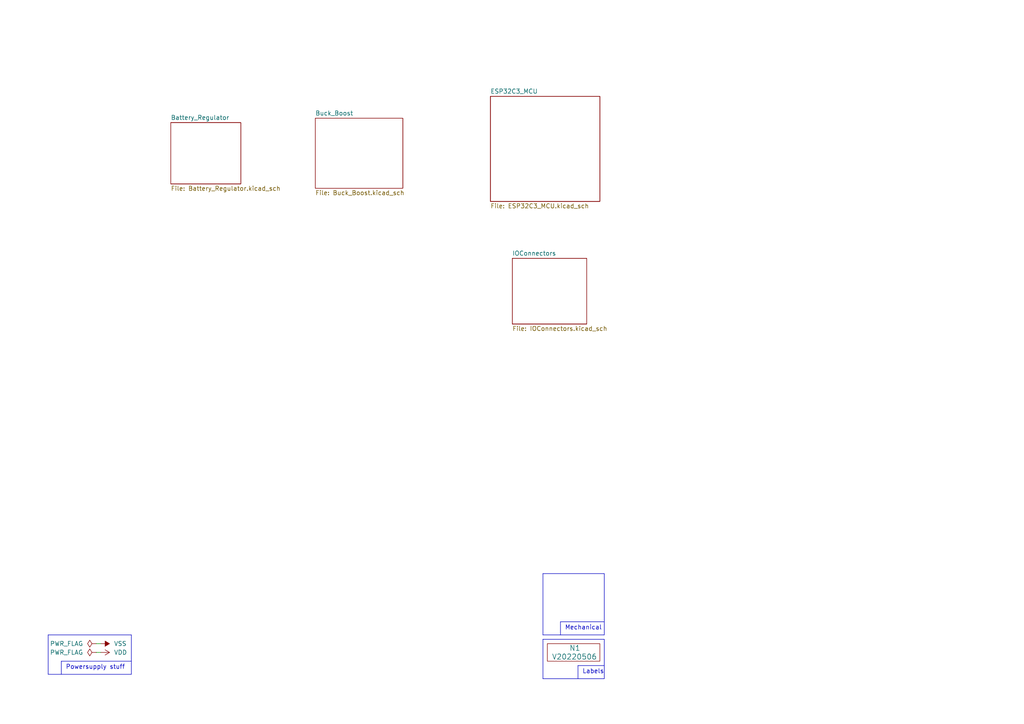
<source format=kicad_sch>
(kicad_sch (version 20230121) (generator eeschema)
  (paper "A4")
  (lib_symbols
    (symbol "SquantorLabels:VYYYYMMDD" (pin_names (offset 1.016))
      (property "Reference" "N" (at 0 2.54 0))
      (property "Value" "VYYYYMMDD" (at 0 0 0))
      (symbol "VYYYYMMDD_0_1"
        (rectangle (start 7.62 -1.27) (end -7.62 3.81))
      )
    )
    (symbol "power:PWR_FLAG" (power) (pin_numbers hide) (pin_names (offset 0) hide)
      (property "Value" "PWR_FLAG" (at 0 3.81 0))
      (symbol "PWR_FLAG_0_0"
        (pin power_out line (at 0 0 90) (length 0) (name "pwr") (number "1"))
      )
      (symbol "PWR_FLAG_0_1"
        (polyline (pts (xy 0 0) (xy 0 1.27) (xy -1.016 1.905) (xy 0 2.54) (xy 1.016 1.905) (xy 0 1.27)))
      )
    )
    (symbol "power:VDD" (power) (pin_names (offset 0))
      (property "Value" "VDD" (at 0 3.81 0))
      (symbol "VDD_0_1"
        (polyline (pts (xy -0.762 1.27) (xy 0 2.54)))
        (polyline (pts (xy 0 0) (xy 0 2.54)))
        (polyline (pts (xy 0 2.54) (xy 0.762 1.27)))
      )
      (symbol "VDD_1_1"
        (pin power_in line (at 0 0 90) (length 0) hide (name "VDD") (number "1"))
      )
    )
    (symbol "power:VSS" (power) (pin_names (offset 0))
      (property "Value" "VSS" (at 0 3.81 0))
      (symbol "VSS_0_1"
        (polyline (pts (xy 0 0) (xy 0 2.54)))
        (polyline (pts (xy 0.762 1.27) (xy -0.762 1.27) (xy 0 2.54) (xy 0.762 1.27)) (fill (type outline)))
      )
      (symbol "VSS_1_1"
        (pin power_in line (at 0 0 90) (length 0) hide (name "VSS") (number "1"))
      )
    )
  )
  (polyline (pts (xy 167.64 193.04) (xy 167.64 196.85)))
  (polyline (pts (xy 175.26 185.42) (xy 157.48 185.42)))
  (polyline (pts (xy 175.26 193.04) (xy 167.64 193.04)))
  (polyline (pts (xy 175.26 184.15) (xy 175.26 166.37)))
  (polyline (pts (xy 175.26 180.34) (xy 162.56 180.34)))
  (polyline (pts (xy 38.1 184.15) (xy 13.97 184.15)))
  (polyline (pts (xy 157.48 185.42) (xy 157.48 196.85)))
  (wire (pts (xy 27.94 186.69) (xy 29.21 186.69)))
  (polyline (pts (xy 157.48 184.15) (xy 175.26 184.15)))
  (polyline (pts (xy 38.1 191.77) (xy 17.78 191.77)))
  (polyline (pts (xy 162.56 180.34) (xy 162.56 184.15)))
  (polyline (pts (xy 157.48 196.85) (xy 175.26 196.85)))
  (polyline (pts (xy 175.26 196.85) (xy 175.26 185.42)))
  (polyline (pts (xy 13.97 184.15) (xy 13.97 195.58)))
  (polyline (pts (xy 13.97 195.58) (xy 38.1 195.58)))
  (wire (pts (xy 27.94 189.23) (xy 29.21 189.23)))
  (polyline (pts (xy 38.1 195.58) (xy 38.1 184.15)))
  (polyline (pts (xy 157.48 166.37) (xy 157.48 184.15)))
  (polyline (pts (xy 175.26 166.37) (xy 157.48 166.37)))
  (polyline (pts (xy 17.78 191.77) (xy 17.78 195.58)))
  (text "Labels" (at 168.91 195.58 0) (effects (font (size 1.27 1.27)) (justify left bottom)))
  (text "Powersupply stuff" (at 19.05 194.31 0) (effects (font (size 1.27 1.27)) (justify left bottom)))
  (text "Mechanical" (at 163.83 182.88 0) (effects (font (size 1.27 1.27)) (justify left bottom)))
  (symbol (lib_id "power:VDD") (at 29.21 189.23 270) (unit 1)
    (property "Reference" "#PWR0101" (effects hide))
    (property "Value" "VDD" (at 33.02 189.2299 90) (effects (justify left)))
  )
  (symbol (lib_id "power:VSS") (at 29.21 186.69 270) (unit 1)
    (property "Reference" "#PWR0102" (effects hide))
    (property "Value" "VSS" (at 33.02 186.6899 90) (effects (justify left)))
  )
  (symbol (lib_id "power:PWR_FLAG") (at 27.94 189.23 90) (unit 1)
    (property "Reference" "#FLG0102" (effects hide))
    (property "Value" "PWR_FLAG" (at 24.13 189.2299 90) (effects (justify left)))
  )
  (symbol (lib_id "power:PWR_FLAG") (at 27.94 186.69 90) (unit 1)
    (property "Reference" "#FLG0101" (effects hide))
    (property "Value" "PWR_FLAG" (at 24.13 186.6899 90) (effects (justify left)))
  )
  (symbol (lib_id "SquantorLabels:VYYYYMMDD") (at 166.37 190.5 0) (unit 1)
    (property "Reference" "N1" (at 165.1 187.96 0) (effects (font (size 1.524 1.524)) (justify left)))
    (property "Value" "V20220506" (at 160.02 190.5 0) (effects (font (size 1.524 1.524)) (justify left)))
    (property "Footprint" "SquantorLabels:Label_Generic" (effects hide))
  )
  (sheet (at 148.59 74.93) (size 21.59 19.05) (stroke (width 0.1524))
    (property "Sheetname" "IOConnectors" (at 148.59 74.2184 0) (effects (justify left bottom)))
    (property "Sheetfile" "IOConnectors.kicad_sch" (at 148.59 94.5646 0) (effects (justify left top)))
  )
  (sheet (at 142.24 27.94) (size 31.75 30.48) (stroke (width 0.1524))
    (property "Sheetname" "ESP32C3_MCU" (at 142.24 27.2284 0) (effects (justify left bottom)))
    (property "Sheetfile" "ESP32C3_MCU.kicad_sch" (at 142.24 59.0046 0) (effects (justify left top)))
  )
  (sheet (at 49.53 35.56) (size 20.32 17.78) (stroke (width 0.1524))
    (property "Sheetname" "Battery_Regulator" (at 49.53 34.8484 0) (effects (justify left bottom)))
    (property "Sheetfile" "Battery_Regulator.kicad_sch" (at 49.53 53.9246 0) (effects (justify left top)))
  )
  (sheet (at 91.44 34.29) (size 25.4 20.32) (stroke (width 0.1524))
    (property "Sheetname" "Buck_Boost" (at 91.44 33.5784 0) (effects (justify left bottom)))
    (property "Sheetfile" "Buck_Boost.kicad_sch" (at 91.44 55.1946 0) (effects (justify left top)))
  )
)
</source>
